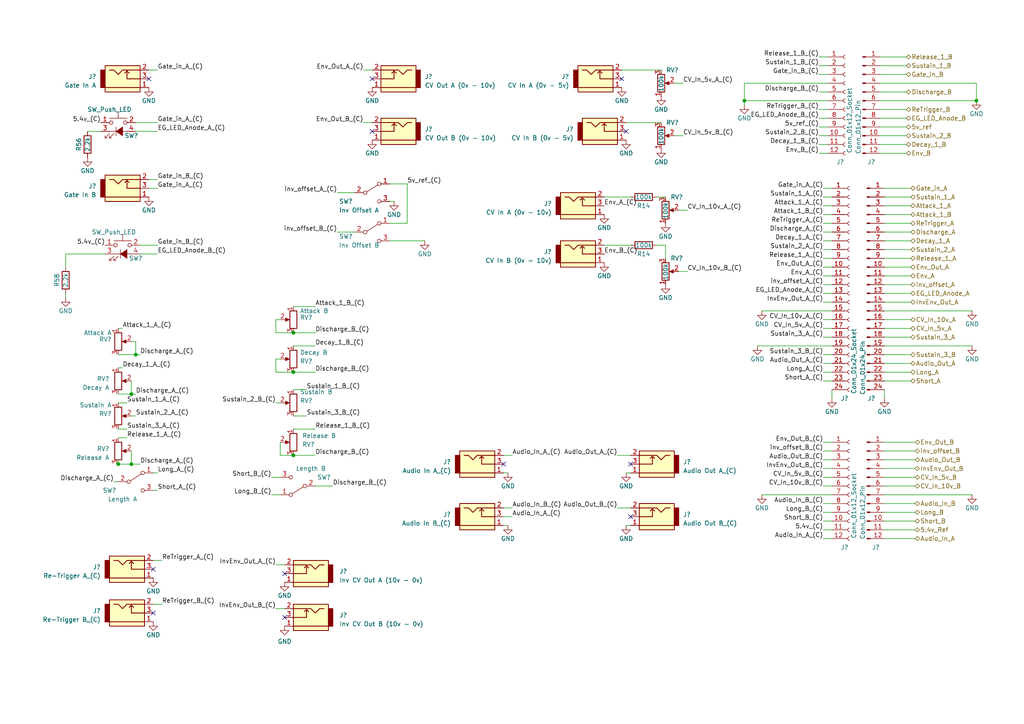
<source format=kicad_sch>
(kicad_sch (version 20230121) (generator eeschema)
  (paper "A4")
  (junction (at 34.29 134.62))
  (junction (at 38.1 114.3))
  (junction (at 38.1 134.62))
  (junction (at 85.09 107.95))
  (junction (at 85.09 96.52))
  (junction (at 39.37 102.87))
  (junction (at 85.09 132.08))
  (junction (at 283.21 29.21))
  (junction (at 215.9 29.21))
  (no_connect (at 43.18 22.86))
  (no_connect (at 107.95 38.1))
  (no_connect (at 107.95 22.86))
  (no_connect (at 146.05 134.62))
  (no_connect (at 44.45 177.8))
  (no_connect (at 82.55 179.07))
  (no_connect (at 44.45 165.1))
  (no_connect (at 182.88 134.62))
  (no_connect (at 181.61 38.1))
  (no_connect (at 182.88 149.86))
  (no_connect (at 180.34 22.86))
  (no_connect (at 82.55 166.37))
  (wire (pts (xy 238.76 95.25) (xy 241.3 95.25)))
  (wire (pts (xy 237.49 21.59) (xy 240.03 21.59)))
  (wire (pts (xy 38.1 114.3) (xy 39.37 114.3)))
  (wire (pts (xy 256.54 80.01) (xy 264.16 80.01)))
  (wire (pts (xy 238.76 77.47) (xy 241.3 77.47)))
  (wire (pts (xy 80.01 163.83) (xy 82.55 163.83)))
  (wire (pts (xy 36.83 116.84) (xy 34.29 116.84)))
  (wire (pts (xy 238.76 97.79) (xy 241.3 97.79)))
  (wire (pts (xy 44.45 162.56) (xy 46.99 162.56)))
  (wire (pts (xy 256.54 95.25) (xy 264.16 95.25)))
  (wire (pts (xy 85.09 100.33) (xy 91.44 100.33)))
  (wire (pts (xy 80.01 176.53) (xy 82.55 176.53)))
  (wire (pts (xy 238.76 107.95) (xy 241.3 107.95)))
  (wire (pts (xy 195.58 24.13) (xy 198.12 24.13)))
  (wire (pts (xy 38.1 99.06) (xy 39.37 99.06)))
  (wire (pts (xy 238.76 151.13) (xy 241.3 151.13)))
  (wire (pts (xy 39.37 35.56) (xy 45.72 35.56)))
  (wire (pts (xy 38.1 130.81) (xy 38.1 134.62)))
  (wire (pts (xy 39.37 102.87) (xy 40.64 102.87)))
  (wire (pts (xy 146.05 132.08) (xy 148.59 132.08)))
  (wire (pts (xy 237.49 39.37) (xy 240.03 39.37)))
  (wire (pts (xy 255.27 24.13) (xy 283.21 24.13)))
  (wire (pts (xy 91.44 88.9) (xy 85.09 88.9)))
  (wire (pts (xy 256.54 107.95) (xy 264.16 107.95)))
  (wire (pts (xy 78.74 138.43) (xy 81.28 138.43)))
  (wire (pts (xy 118.11 64.77) (xy 113.03 64.77)))
  (wire (pts (xy 238.76 102.87) (xy 241.3 102.87)))
  (wire (pts (xy 38.1 120.65) (xy 39.37 120.65)))
  (wire (pts (xy 193.04 71.12) (xy 193.04 74.93)))
  (wire (pts (xy 19.05 73.66) (xy 30.48 73.66)))
  (wire (pts (xy 34.29 134.62) (xy 38.1 134.62)))
  (wire (pts (xy 45.72 137.16) (xy 44.45 137.16)))
  (wire (pts (xy 238.76 80.01) (xy 241.3 80.01)))
  (wire (pts (xy 182.88 57.15) (xy 175.26 57.15)))
  (wire (pts (xy 238.76 130.81) (xy 241.3 130.81)))
  (wire (pts (xy 105.41 35.56) (xy 107.95 35.56)))
  (wire (pts (xy 146.05 152.4) (xy 147.32 152.4)))
  (wire (pts (xy 255.27 31.75) (xy 262.89 31.75)))
  (wire (pts (xy 215.9 30.48) (xy 215.9 29.21)))
  (wire (pts (xy 238.76 133.35) (xy 241.3 133.35)))
  (wire (pts (xy 118.11 53.34) (xy 118.11 64.77)))
  (wire (pts (xy 237.49 41.91) (xy 240.03 41.91)))
  (wire (pts (xy 256.54 148.59) (xy 265.43 148.59)))
  (wire (pts (xy 256.54 128.27) (xy 265.43 128.27)))
  (wire (pts (xy 256.54 135.89) (xy 265.43 135.89)))
  (wire (pts (xy 256.54 113.03) (xy 256.54 115.57)))
  (wire (pts (xy 238.76 153.67) (xy 241.3 153.67)))
  (wire (pts (xy 179.07 132.08) (xy 182.88 132.08)))
  (wire (pts (xy 256.54 156.21) (xy 265.43 156.21)))
  (wire (pts (xy 85.09 107.95) (xy 91.44 107.95)))
  (wire (pts (xy 215.9 29.21) (xy 240.03 29.21)))
  (wire (pts (xy 190.5 57.15) (xy 193.04 57.15)))
  (wire (pts (xy 80.01 96.52) (xy 85.09 96.52)))
  (wire (pts (xy 118.11 53.34) (xy 113.03 53.34)))
  (wire (pts (xy 238.76 140.97) (xy 241.3 140.97)))
  (wire (pts (xy 238.76 128.27) (xy 241.3 128.27)))
  (wire (pts (xy 256.54 59.69) (xy 264.16 59.69)))
  (wire (pts (xy 238.76 69.85) (xy 241.3 69.85)))
  (wire (pts (xy 255.27 19.05) (xy 262.89 19.05)))
  (wire (pts (xy 256.54 87.63) (xy 264.16 87.63)))
  (wire (pts (xy 196.85 60.96) (xy 199.39 60.96)))
  (wire (pts (xy 256.54 57.15) (xy 264.16 57.15)))
  (wire (pts (xy 256.54 77.47) (xy 264.16 77.47)))
  (wire (pts (xy 113.03 58.42) (xy 114.3 58.42)))
  (wire (pts (xy 182.88 71.12) (xy 175.26 71.12)))
  (wire (pts (xy 220.98 143.51) (xy 241.3 143.51)))
  (wire (pts (xy 219.71 100.33) (xy 241.3 100.33)))
  (wire (pts (xy 238.76 57.15) (xy 241.3 57.15)))
  (wire (pts (xy 25.4 38.1) (xy 29.21 38.1)))
  (wire (pts (xy 34.29 114.3) (xy 38.1 114.3)))
  (wire (pts (xy 238.76 105.41) (xy 241.3 105.41)))
  (wire (pts (xy 45.72 142.24) (xy 44.45 142.24)))
  (wire (pts (xy 215.9 24.13) (xy 240.03 24.13)))
  (wire (pts (xy 182.88 152.4) (xy 181.61 152.4)))
  (wire (pts (xy 238.76 59.69) (xy 241.3 59.69)))
  (wire (pts (xy 220.98 90.17) (xy 241.3 90.17)))
  (wire (pts (xy 19.05 85.09) (xy 19.05 86.36)))
  (wire (pts (xy 238.76 74.93) (xy 241.3 74.93)))
  (wire (pts (xy 256.54 54.61) (xy 264.16 54.61)))
  (wire (pts (xy 256.54 92.71) (xy 264.16 92.71)))
  (wire (pts (xy 80.01 96.52) (xy 80.01 92.71)))
  (wire (pts (xy 256.54 153.67) (xy 265.43 153.67)))
  (wire (pts (xy 85.09 120.65) (xy 88.9 120.65)))
  (wire (pts (xy 35.56 95.25) (xy 34.29 95.25)))
  (wire (pts (xy 238.76 146.05) (xy 241.3 146.05)))
  (wire (pts (xy 256.54 72.39) (xy 264.16 72.39)))
  (wire (pts (xy 237.49 16.51) (xy 240.03 16.51)))
  (wire (pts (xy 91.44 140.97) (xy 96.52 140.97)))
  (wire (pts (xy 38.1 134.62) (xy 40.64 134.62)))
  (wire (pts (xy 255.27 21.59) (xy 262.89 21.59)))
  (wire (pts (xy 238.76 85.09) (xy 241.3 85.09)))
  (wire (pts (xy 237.49 44.45) (xy 240.03 44.45)))
  (wire (pts (xy 256.54 82.55) (xy 264.16 82.55)))
  (wire (pts (xy 256.54 85.09) (xy 264.16 85.09)))
  (wire (pts (xy 256.54 67.31) (xy 264.16 67.31)))
  (wire (pts (xy 39.37 38.1) (xy 45.72 38.1)))
  (wire (pts (xy 238.76 64.77) (xy 241.3 64.77)))
  (wire (pts (xy 255.27 41.91) (xy 262.89 41.91)))
  (wire (pts (xy 238.76 62.23) (xy 241.3 62.23)))
  (wire (pts (xy 256.54 133.35) (xy 265.43 133.35)))
  (wire (pts (xy 85.09 124.46) (xy 91.44 124.46)))
  (wire (pts (xy 34.29 124.46) (xy 36.83 124.46)))
  (wire (pts (xy 238.76 72.39) (xy 241.3 72.39)))
  (wire (pts (xy 256.54 64.77) (xy 264.16 64.77)))
  (wire (pts (xy 81.28 92.71) (xy 80.01 92.71)))
  (wire (pts (xy 43.18 20.32) (xy 45.72 20.32)))
  (wire (pts (xy 283.21 24.13) (xy 283.21 29.21)))
  (wire (pts (xy 190.5 71.12) (xy 193.04 71.12)))
  (wire (pts (xy 85.09 96.52) (xy 91.44 96.52)))
  (wire (pts (xy 256.54 97.79) (xy 264.16 97.79)))
  (wire (pts (xy 238.76 67.31) (xy 241.3 67.31)))
  (wire (pts (xy 237.49 19.05) (xy 240.03 19.05)))
  (wire (pts (xy 40.64 73.66) (xy 45.72 73.66)))
  (wire (pts (xy 237.49 36.83) (xy 240.03 36.83)))
  (wire (pts (xy 33.02 139.7) (xy 34.29 139.7)))
  (wire (pts (xy 43.18 52.07) (xy 45.72 52.07)))
  (wire (pts (xy 38.1 110.49) (xy 38.1 114.3)))
  (wire (pts (xy 256.54 151.13) (xy 265.43 151.13)))
  (wire (pts (xy 256.54 62.23) (xy 264.16 62.23)))
  (wire (pts (xy 195.58 39.37) (xy 198.12 39.37)))
  (wire (pts (xy 256.54 105.41) (xy 264.16 105.41)))
  (wire (pts (xy 256.54 143.51) (xy 281.94 143.51)))
  (wire (pts (xy 256.54 102.87) (xy 264.16 102.87)))
  (wire (pts (xy 255.27 29.21) (xy 283.21 29.21)))
  (wire (pts (xy 181.61 35.56) (xy 191.77 35.56)))
  (wire (pts (xy 34.29 127) (xy 36.83 127)))
  (wire (pts (xy 97.79 67.31) (xy 102.87 67.31)))
  (wire (pts (xy 238.76 82.55) (xy 241.3 82.55)))
  (wire (pts (xy 238.76 148.59) (xy 241.3 148.59)))
  (wire (pts (xy 256.54 146.05) (xy 265.43 146.05)))
  (wire (pts (xy 97.79 55.88) (xy 102.87 55.88)))
  (wire (pts (xy 255.27 39.37) (xy 262.89 39.37)))
  (wire (pts (xy 34.29 134.62) (xy 34.29 133.35)))
  (wire (pts (xy 238.76 138.43) (xy 241.3 138.43)))
  (wire (pts (xy 80.01 107.95) (xy 80.01 104.14)))
  (wire (pts (xy 43.18 54.61) (xy 45.72 54.61)))
  (wire (pts (xy 256.54 130.81) (xy 265.43 130.81)))
  (wire (pts (xy 237.49 34.29) (xy 240.03 34.29)))
  (wire (pts (xy 81.28 128.27) (xy 81.28 132.08)))
  (wire (pts (xy 256.54 90.17) (xy 281.94 90.17)))
  (wire (pts (xy 237.49 31.75) (xy 240.03 31.75)))
  (wire (pts (xy 238.76 135.89) (xy 241.3 135.89)))
  (wire (pts (xy 40.64 71.12) (xy 45.72 71.12)))
  (wire (pts (xy 179.07 147.32) (xy 182.88 147.32)))
  (wire (pts (xy 34.29 102.87) (xy 39.37 102.87)))
  (wire (pts (xy 237.49 26.67) (xy 240.03 26.67)))
  (wire (pts (xy 34.29 106.68) (xy 35.56 106.68)))
  (wire (pts (xy 180.34 20.32) (xy 191.77 20.32)))
  (wire (pts (xy 85.09 132.08) (xy 81.28 132.08)))
  (wire (pts (xy 80.01 107.95) (xy 85.09 107.95)))
  (wire (pts (xy 256.54 100.33) (xy 281.94 100.33)))
  (wire (pts (xy 238.76 92.71) (xy 241.3 92.71)))
  (wire (pts (xy 256.54 69.85) (xy 264.16 69.85)))
  (wire (pts (xy 255.27 26.67) (xy 262.89 26.67)))
  (wire (pts (xy 238.76 54.61) (xy 241.3 54.61)))
  (wire (pts (xy 80.01 116.84) (xy 81.28 116.84)))
  (wire (pts (xy 146.05 137.16) (xy 147.32 137.16)))
  (wire (pts (xy 215.9 29.21) (xy 215.9 24.13)))
  (wire (pts (xy 256.54 138.43) (xy 265.43 138.43)))
  (wire (pts (xy 39.37 99.06) (xy 39.37 102.87)))
  (wire (pts (xy 238.76 87.63) (xy 241.3 87.63)))
  (wire (pts (xy 148.59 149.86) (xy 146.05 149.86)))
  (wire (pts (xy 78.74 143.51) (xy 81.28 143.51)))
  (wire (pts (xy 85.09 113.03) (xy 88.9 113.03)))
  (wire (pts (xy 146.05 147.32) (xy 148.59 147.32)))
  (wire (pts (xy 113.03 69.85) (xy 123.19 69.85)))
  (wire (pts (xy 255.27 36.83) (xy 262.89 36.83)))
  (wire (pts (xy 182.88 137.16) (xy 181.61 137.16)))
  (wire (pts (xy 80.01 104.14) (xy 81.28 104.14)))
  (wire (pts (xy 255.27 34.29) (xy 262.89 34.29)))
  (wire (pts (xy 105.41 20.32) (xy 107.95 20.32)))
  (wire (pts (xy 241.3 113.03) (xy 241.3 115.57)))
  (wire (pts (xy 238.76 110.49) (xy 241.3 110.49)))
  (wire (pts (xy 255.27 44.45) (xy 262.89 44.45)))
  (wire (pts (xy 85.09 132.08) (xy 91.44 132.08)))
  (wire (pts (xy 196.85 78.74) (xy 199.39 78.74)))
  (wire (pts (xy 238.76 156.21) (xy 241.3 156.21)))
  (wire (pts (xy 256.54 74.93) (xy 264.16 74.93)))
  (wire (pts (xy 19.05 73.66) (xy 19.05 77.47)))
  (wire (pts (xy 256.54 110.49) (xy 264.16 110.49)))
  (wire (pts (xy 256.54 140.97) (xy 265.43 140.97)))
  (wire (pts (xy 44.45 175.26) (xy 46.99 175.26)))
  (wire (pts (xy 255.27 16.51) (xy 262.89 16.51)))
  (label "Audio_In_B_(C)" (at 238.76 146.05 180))
  (label "Discharge_B_(C)" (at 96.52 140.97 0))
  (label "Gate_in_B_(C)" (at 45.72 71.12 0))
  (label "Long_B_(C)" (at 78.74 143.51 180))
  (label "EG_LED_Anode_B_(C)" (at 237.49 34.29 180))
  (label "inv_offset_A_(C)" (at 97.79 55.88 180))
  (label "Release_1_B_(C)" (at 237.49 16.51 180))
  (label "Gate_in_A_(C)" (at 45.72 35.56 0))
  (label "Audio_In_A_(C)" (at 148.59 149.86 0))
  (label "Audio_Out_A_(C)" (at 179.07 132.08 180))
  (label "Audio_In_A_(C)" (at 238.76 156.21 180))
  (label "Discharge_A_(C)" (at 33.02 139.7 180))
  (label "CV_In_10v_B_(C)" (at 238.76 140.97 180))
  (label "Release_1_B_(C)" (at 91.44 124.46 0))
  (label "Sustain_1_A_(C)" (at 238.76 57.15 180))
  (label "Discharge_B_(C)" (at 237.49 26.67 180))
  (label "Short_B_(C)" (at 238.76 151.13 180))
  (label "Gate_in_A_(C)" (at 45.72 54.61 0))
  (label "Gate_in_A_(C)" (at 45.72 20.32 0))
  (label "ReTrigger_A_(C)" (at 46.99 162.56 0))
  (label "Discharge_B_(C)" (at 91.44 132.08 0))
  (label "Discharge_B_(C)" (at 91.44 96.52 0))
  (label "Sustain_3_B_(C)" (at 88.9 120.65 0))
  (label "Attack_1_B_(C)" (at 238.76 62.23 180))
  (label "Sustain_3_A_(C)" (at 36.83 124.46 0))
  (label "ReTrigger_B_(C)" (at 46.99 175.26 0))
  (label "EG_LED_Anode_A_(C)" (at 45.72 38.1 0))
  (label "Discharge_B_(C)" (at 91.44 107.95 0))
  (label "Attack_1_B_(C)" (at 91.44 88.9 0))
  (label "Long_B_(C)" (at 238.76 148.59 180))
  (label "Short_A_(C)" (at 238.76 110.49 180))
  (label "Sustain_3_A_(C)" (at 238.76 97.79 180))
  (label "InvEnv_Out_A_(C)" (at 80.01 163.83 180))
  (label "Gate_in_B_(C)" (at 237.49 21.59 180))
  (label "5.4v_(C)" (at 30.48 71.12 180))
  (label "Sustain_1_B_(C)" (at 88.9 113.03 0))
  (label "Env_B_(C)" (at 175.26 73.66 0))
  (label "Env_Out_B_(C)" (at 238.76 128.27 180))
  (label "Decay_1_A_(C)" (at 35.56 106.68 0))
  (label "Sustain_2_B_(C)" (at 237.49 39.37 180))
  (label "CV_In_10v_B_(C)" (at 199.39 78.74 0))
  (label "Sustain_3_B_(C)" (at 238.76 102.87 180))
  (label "Audio_Out_A_(C)" (at 238.76 105.41 180))
  (label "Sustain_2_A_(C)" (at 238.76 72.39 180))
  (label "5v_ref_(C)" (at 237.49 36.83 180))
  (label "Long_A_(C)" (at 45.72 137.16 0))
  (label "Long_A_(C)" (at 238.76 107.95 180))
  (label "Env_Out_B_(C)" (at 105.41 35.56 180))
  (label "inv_offset_B_(C)" (at 97.79 67.31 180))
  (label "Attack_1_A_(C)" (at 35.56 95.25 0))
  (label "Audio_In_B_(C)" (at 148.59 147.32 0))
  (label "inv_offset_A_(C)" (at 238.76 82.55 180))
  (label "CV_In_10v_A_(C)" (at 238.76 92.71 180))
  (label "Env_Out_A_(C)" (at 105.41 20.32 180))
  (label "Env_B_(C)" (at 237.49 44.45 180))
  (label "inv_offset_B_(C)" (at 238.76 130.81 180))
  (label "Sustain_1_A_(C)" (at 36.83 116.84 0))
  (label "Env_A_(C)" (at 238.76 80.01 180))
  (label "5.4v_(C)" (at 29.21 35.56 180))
  (label "Audio_Out_B_(C)" (at 238.76 133.35 180))
  (label "ReTrigger_B_(C)" (at 237.49 31.75 180))
  (label "CV_In_5v_A_(C)" (at 198.12 24.13 0))
  (label "Audio_In_A_(C)" (at 148.59 132.08 0))
  (label "Gate_in_A_(C)" (at 238.76 54.61 180))
  (label "CV_In_5v_A_(C)" (at 238.76 95.25 180))
  (label "Discharge_A_(C)" (at 40.64 102.87 0))
  (label "Sustain_2_B_(C)" (at 80.01 116.84 180))
  (label "Decay_1_B_(C)" (at 237.49 41.91 180))
  (label "InvEnv_Out_B_(C)" (at 238.76 135.89 180))
  (label "EG_LED_Anode_A_(C)" (at 238.76 85.09 180))
  (label "Discharge_A_(C)" (at 39.37 114.3 0))
  (label "Audio_Out_B_(C)" (at 179.07 147.32 180))
  (label "InvEnv_Out_A_(C)" (at 238.76 87.63 180))
  (label "Discharge_A_(C)" (at 40.64 134.62 0))
  (label "Gate_in_B_(C)" (at 45.72 52.07 0))
  (label "Decay_1_A_(C)" (at 238.76 69.85 180))
  (label "Sustain_2_A_(C)" (at 39.37 120.65 0))
  (label "CV_In_5v_B_(C)" (at 238.76 138.43 180))
  (label "ReTrigger_A_(C)" (at 238.76 64.77 180))
  (label "CV_In_5v_B_(C)" (at 198.12 39.37 0))
  (label "Short_B_(C)" (at 78.74 138.43 180))
  (label "Short_A_(C)" (at 45.72 142.24 0))
  (label "Env_Out_A_(C)" (at 238.76 77.47 180))
  (label "Release_1_A_(C)" (at 238.76 74.93 180))
  (label "Release_1_A_(C)" (at 36.83 127 0))
  (label "Discharge_A_(C)" (at 238.76 67.31 180))
  (label "Decay_1_B_(C)" (at 91.44 100.33 0))
  (label "5.4v_(C)" (at 238.76 153.67 180))
  (label "Sustain_1_B_(C)" (at 237.49 19.05 180))
  (label "5v_ref_(C)" (at 118.11 53.34 0))
  (label "CV_In_10v_A_(C)" (at 199.39 60.96 0))
  (label "Env_A_(C)" (at 175.26 59.69 0))
  (label "InvEnv_Out_B_(C)" (at 80.01 176.53 180))
  (label "Attack_1_A_(C)" (at 238.76 59.69 180))
  (label "EG_LED_Anode_B_(C)" (at 45.72 73.66 0))
  (hierarchical_label "Audio_In_B" (shape bidirectional) (at 265.43 146.05 0))
  (hierarchical_label "inv_offset_A" (shape bidirectional) (at 264.16 82.55 0))
  (hierarchical_label "Release_1_B" (shape bidirectional) (at 262.89 16.51 0))
  (hierarchical_label "Audio_Out_A" (shape bidirectional) (at 264.16 105.41 0))
  (hierarchical_label "Env_Out_A" (shape bidirectional) (at 264.16 77.47 0))
  (hierarchical_label "Sustain_1_A" (shape bidirectional) (at 264.16 57.15 0))
  (hierarchical_label "inv_offset_B" (shape bidirectional) (at 265.43 130.81 0))
  (hierarchical_label "Attack_1_A" (shape bidirectional) (at 264.16 59.69 0))
  (hierarchical_label "Sustain_2_B" (shape bidirectional) (at 262.89 39.37 0))
  (hierarchical_label "Sustain_3_A" (shape bidirectional) (at 264.16 97.79 0))
  (hierarchical_label "ReTrigger_B" (shape bidirectional) (at 262.89 31.75 0))
  (hierarchical_label "Attack_1_B" (shape bidirectional) (at 264.16 62.23 0))
  (hierarchical_label "Sustain_3_B" (shape bidirectional) (at 264.16 102.87 0))
  (hierarchical_label "Gate_in_B" (shape bidirectional) (at 262.89 21.59 0))
  (hierarchical_label "CV_In_10v_A" (shape bidirectional) (at 264.16 92.71 0))
  (hierarchical_label "Audio_Out_B" (shape bidirectional) (at 265.43 133.35 0))
  (hierarchical_label "Release_1_A" (shape bidirectional) (at 264.16 74.93 0))
  (hierarchical_label "Env_Out_B" (shape bidirectional) (at 265.43 128.27 0))
  (hierarchical_label "InvEnv_Out_B" (shape bidirectional) (at 265.43 135.89 0))
  (hierarchical_label "EG_LED_Anode_B" (shape bidirectional) (at 262.89 34.29 0))
  (hierarchical_label "EG_LED_Anode_A" (shape bidirectional) (at 264.16 85.09 0))
  (hierarchical_label "CV_In_10v_B" (shape bidirectional) (at 265.43 140.97 0))
  (hierarchical_label "CV_In_5v_B" (shape bidirectional) (at 265.43 138.43 0))
  (hierarchical_label "Sustain_2_A" (shape bidirectional) (at 264.16 72.39 0))
  (hierarchical_label "Short_A" (shape bidirectional) (at 264.16 110.49 0))
  (hierarchical_label "Short_B" (shape bidirectional) (at 265.43 151.13 0))
  (hierarchical_label "InvEnv_Out_A" (shape bidirectional) (at 264.16 87.63 0))
  (hierarchical_label "Gate_in_A" (shape bidirectional) (at 264.16 54.61 0))
  (hierarchical_label "Discharge_B" (shape bidirectional) (at 262.89 26.67 0))
  (hierarchical_label "Audio_In_A" (shape bidirectional) (at 265.43 156.21 0))
  (hierarchical_label "Sustain_1_B" (shape bidirectional) (at 262.89 19.05 0))
  (hierarchical_label "5v_ref" (shape bidirectional) (at 262.89 36.83 0))
  (hierarchical_label "Discharge_A" (shape bidirectional) (at 264.16 67.31 0))
  (hierarchical_label "Decay_1_A" (shape bidirectional) (at 264.16 69.85 0))
  (hierarchical_label "Env_A" (shape bidirectional) (at 264.16 80.01 0))
  (hierarchical_label "Decay_1_B" (shape bidirectional) (at 262.89 41.91 0))
  (hierarchical_label "Long_B" (shape bidirectional) (at 265.43 148.59 0))
  (hierarchical_label "Env_B" (shape bidirectional) (at 262.89 44.45 0))
  (hierarchical_label "CV_In_5v_A" (shape bidirectional) (at 264.16 95.25 0))
  (hierarchical_label "ReTrigger_A" (shape bidirectional) (at 264.16 64.77 0))
  (hierarchical_label "Long_A" (shape bidirectional) (at 264.16 107.95 0))
  (hierarchical_label "5.4v_Ref" (shape bidirectional) (at 265.43 153.67 0))
  (symbol (lib_name "GND_1") (lib_id "power:GND") (at 181.61 152.4 0) (mirror y) (unit 1)
    (property "Reference" "#PWR05" (effects hide))
    (property "Value" "GND" (at 181.61 156.21 0))
    (instances (project "MOL" (path "" (reference "#PWR05") (unit 1)) (path "" (reference "#PWR?") (unit 1)) (path "" (reference "#PWR055") (unit 1))))
  )
  (symbol (lib_name "GND_1") (lib_id "power:GND") (at 281.94 100.33 0) (unit 1)
    (property "Reference" "#PWR05" (effects hide))
    (property "Value" "GND" (at 281.94 104.14 0))
    (instances (project "MOL" (path "" (reference "#PWR05") (unit 1)) (path "" (reference "#PWR015") (unit 1)) (path "" (reference "#PWR081") (unit 1)) (path "" (reference "#PWR?") (unit 1)) (path "" (reference "#PWR099") (unit 1))))
  )
  (symbol (lib_name "GND_1") (lib_id "power:GND") (at 181.61 137.16 0) (mirror y) (unit 1)
    (property "Reference" "#PWR05" (effects hide))
    (property "Value" "GND" (at 181.61 140.97 0))
    (instances (project "MOL" (path "" (reference "#PWR05") (unit 1)) (path "" (reference "#PWR?") (unit 1)) (path "" (reference "#PWR054") (unit 1))))
  )
  (symbol (lib_name "GND_1") (lib_id "power:GND") (at 107.95 25.4 0) (mirror y) (unit 1)
    (property "Reference" "#PWR05" (effects hide))
    (property "Value" "GND" (at 107.95 29.21 0))
    (instances (project "MOL" (path "" (reference "#PWR05") (unit 1)) (path "" (reference "#PWR?") (unit 1)) (path "" (reference "#PWR063") (unit 1))))
  )
  (symbol (lib_id "*SCS:R_Potentiometer-THL") (at 34.29 110.49 0) (unit 1)
    (property "Reference" "RV?" (at 31.75 109.855 0) (effects (justify right)))
    (property "Value" "Decay A" (at 31.75 112.395 0) (effects (justify right)))
    (property "Footprint" "*SCS_ScruffyCat:Potentiometer_Slide_open_THL" (effects hide))
    (instances (project "MOL" (path "" (reference "RV?") (unit 1)) (path "" (reference "RV2") (unit 1))))
  )
  (symbol (lib_id "*SCS:Audio_Jack_Switch") (at 173.99 38.1 0) (mirror x) (unit 1)
    (property "Reference" "J?" (at 166.37 37.465 0) (effects (justify right)))
    (property "Value" "CV In B (0v - 5v)" (at 166.37 40.005 0) (effects (justify right)))
    (property "Footprint" "*SCS_ScruffyCat:Jack_3.5mm_QingPu_thonk-PJ398SM_Vertical_CircularHoles" (effects hide))
    (instances (project "MOL" (path "" (reference "J?") (unit 1)) (path "" (reference "J13") (unit 1))))
  )
  (symbol (lib_id "*SCS:R_Potentiometer-THL") (at 85.09 92.71 0) (mirror y) (unit 1)
    (property "Reference" "RV?" (at 86.995 92.075 0) (effects (justify right)))
    (property "Value" "Attack B" (at 86.995 90.17 0) (effects (justify right)))
    (property "Footprint" "*SCS_ScruffyCat:Potentiometer_Slide_open_THL" (effects hide))
    (instances (project "MOL" (path "" (reference "RV?") (unit 1)) (path "" (reference "RV5") (unit 1))))
  )
  (symbol (lib_id "Connector:Conn_01x12_Pin") (at 251.46 140.97 0) (unit 1)
    (property "Reference" "J?" (at 254 158.75 0))
    (property "Value" "Conn_01x12_Pin" (at 250.19 148.59 90))
    (property "Footprint" "Connector_PinHeader_2.54mm:PinHeader_1x12_P2.54mm_Vertical" (effects hide))
    (instances (project "MOL" (path "" (reference "J?") (unit 1)) (path "" (reference "J27") (unit 1))))
  )
  (symbol (lib_name "GND_1") (lib_id "power:GND") (at 193.04 64.77 0) (unit 1)
    (property "Reference" "#PWR05" (effects hide))
    (property "Value" "GND" (at 193.04 68.58 0))
    (instances (project "MOL" (path "" (reference "#PWR05") (unit 1)) (path "" (reference "#PWR015") (unit 1)) (path "" (reference "#PWR081") (unit 1)) (path "" (reference "#PWR?") (unit 1)) (path "" (reference "#PWR088") (unit 1))))
  )
  (symbol (lib_id "*SCS:R-THL") (at 19.05 81.28 0) (unit 1)
    (property "Reference" "R58" (at 16.51 81.28 90))
    (property "Value" "2.2k" (at 19.05 81.28 90))
    (property "Footprint" "Resistor_THT:R_Axial_DIN0207_L6.3mm_D2.5mm_P2.54mm_Vertical" (effects hide))
    (instances (project "MOL" (path "" (reference "R58") (unit 1)) (path "" (reference "R?") (unit 1)) (path "" (reference "R58") (unit 1))))
  )
  (symbol (lib_id "*SCS:R-THL") (at 186.69 71.12 270) (unit 1)
    (property "Reference" "R14" (at 186.69 73.66 90))
    (property "Value" "100k" (at 186.69 71.12 90))
    (property "Footprint" "Resistor_THT:R_Axial_DIN0207_L6.3mm_D2.5mm_P2.54mm_Vertical" (effects hide))
    (instances (project "MOL" (path "" (reference "R14") (unit 1)) (path "" (reference "R64") (unit 1)) (path "" (reference "R?") (unit 1)) (path "" (reference "R64") (unit 1))))
  )
  (symbol (lib_name "GND_1") (lib_id "power:GND") (at 220.98 90.17 0) (unit 1)
    (property "Reference" "#PWR05" (effects hide))
    (property "Value" "GND" (at 220.98 93.98 0))
    (instances (project "MOL" (path "" (reference "#PWR05") (unit 1)) (path "" (reference "#PWR015") (unit 1)) (path "" (reference "#PWR081") (unit 1)) (path "" (reference "#PWR?") (unit 1)) (path "" (reference "#PWR090") (unit 1))))
  )
  (symbol (lib_name "GND_1") (lib_id "power:GND") (at 43.18 57.15 0) (unit 1)
    (property "Reference" "#PWR05" (effects hide))
    (property "Value" "GND" (at 43.18 60.96 0))
    (instances (project "MOL" (path "" (reference "#PWR05") (unit 1)) (path "" (reference "#PWR?") (unit 1)) (path "" (reference "#PWR072") (unit 1))))
  )
  (symbol (lib_id "Switch:SW_Push_LED") (at 35.56 73.66 0) (unit 1)
    (property "Reference" "SW?" (at 39.37 74.93 0))
    (property "Value" "SW_Push_LED" (at 33.02 67.31 0))
    (property "Footprint" "*SCS_ScruffyCat:SW_PushButton_LED_E-Type-A" (effects hide))
    (instances (project "MOL" (path "" (reference "SW?") (unit 1)) (path "" (reference "SW2") (unit 1))))
  )
  (symbol (lib_id "*SCS:R_Potentiometer-THL") (at 34.29 130.81 0) (unit 1)
    (property "Reference" "RV?" (at 31.75 130.175 0) (effects (justify right)))
    (property "Value" "Release A" (at 31.75 132.715 0) (effects (justify right)))
    (property "Footprint" "*SCS_ScruffyCat:Potentiometer_Slide_open_THL" (effects hide))
    (instances (project "MOL" (path "" (reference "RV?") (unit 1)) (path "" (reference "RV4") (unit 1))))
  )
  (symbol (lib_id "*SCS:R_Potentiometer-THL") (at 85.09 104.14 0) (mirror y) (unit 1)
    (property "Reference" "RV?" (at 86.995 104.775 0) (effects (justify right)))
    (property "Value" "Decay B" (at 86.995 102.235 0) (effects (justify right)))
    (property "Footprint" "*SCS_ScruffyCat:Potentiometer_Slide_open_THL" (effects hide))
    (instances (project "MOL" (path "" (reference "RV?") (unit 1)) (path "" (reference "RV6") (unit 1))))
  )
  (symbol (lib_id "*SCS:SW_SPDT") (at 39.37 139.7 0) (unit 1)
    (property "Reference" "SW?" (at 31.75 142.24 0))
    (property "Value" "Length A" (at 35.56 144.78 0))
    (property "Footprint" "*SCS_ScruffyCat:SW_Toggle_Blue_wSlots" (effects hide))
    (instances (project "MOL" (path "" (reference "SW?") (unit 1)) (path "" (reference "SW5") (unit 1))))
  )
  (symbol (lib_id "*SCS:R-THL") (at 186.69 57.15 270) (unit 1)
    (property "Reference" "R14" (at 186.69 59.69 90))
    (property "Value" "100k" (at 186.69 57.15 90))
    (property "Footprint" "Resistor_THT:R_Axial_DIN0207_L6.3mm_D2.5mm_P2.54mm_Vertical" (effects hide))
    (instances (project "MOL" (path "" (reference "R14") (unit 1)) (path "" (reference "R64") (unit 1)) (path "" (reference "R?") (unit 1)) (path "" (reference "R65") (unit 1))))
  )
  (symbol (lib_name "GND_1") (lib_id "power:GND") (at 215.9 30.48 0) (unit 1)
    (property "Reference" "#PWR05" (effects hide))
    (property "Value" "GND" (at 215.9 34.29 0))
    (instances (project "MOL" (path "" (reference "#PWR05") (unit 1)) (path "" (reference "#PWR?") (unit 1)) (path "" (reference "#PWR084") (unit 1))))
  )
  (symbol (lib_name "GND_1") (lib_id "power:GND") (at 191.77 27.94 0) (unit 1)
    (property "Reference" "#PWR05" (effects hide))
    (property "Value" "GND" (at 191.77 31.75 0))
    (instances (project "MOL" (path "" (reference "#PWR05") (unit 1)) (path "" (reference "#PWR015") (unit 1)) (path "" (reference "#PWR081") (unit 1)) (path "" (reference "#PWR?") (unit 1)) (path "" (reference "#PWR081") (unit 1))))
  )
  (symbol (lib_name "GND_1") (lib_id "power:GND") (at 25.4 45.72 0) (unit 1)
    (property "Reference" "#PWR05" (effects hide))
    (property "Value" "GND" (at 25.4 49.53 0))
    (instances (project "MOL" (path "" (reference "#PWR05") (unit 1)) (path "" (reference "#PWR070") (unit 1)) (path "" (reference "#PWR?") (unit 1)) (path "" (reference "#PWR051") (unit 1))))
  )
  (symbol (lib_name "GND_1") (lib_id "power:GND") (at 107.95 40.64 0) (mirror y) (unit 1)
    (property "Reference" "#PWR05" (effects hide))
    (property "Value" "GND" (at 107.95 44.45 0))
    (instances (project "MOL" (path "" (reference "#PWR05") (unit 1)) (path "" (reference "#PWR?") (unit 1)) (path "" (reference "#PWR064") (unit 1))))
  )
  (symbol (lib_id "*SCS:R-THL") (at 25.4 41.91 0) (unit 1)
    (property "Reference" "R56" (at 22.86 41.91 90))
    (property "Value" "2.2k" (at 25.4 41.91 90))
    (property "Footprint" "Resistor_THT:R_Axial_DIN0207_L6.3mm_D2.5mm_P2.54mm_Vertical" (effects hide))
    (instances (project "MOL" (path "" (reference "R56") (unit 1)) (path "" (reference "R?") (unit 1)) (path "" (reference "R56") (unit 1))))
  )
  (symbol (lib_id "*SCS:Audio_Jack_Switch") (at 35.56 54.61 0) (mirror x) (unit 1)
    (property "Reference" "J?" (at 27.94 53.975 0) (effects (justify right)))
    (property "Value" "Gate In B" (at 27.94 56.515 0) (effects (justify right)))
    (property "Footprint" "*SCS_ScruffyCat:Jack_3.5mm_QingPu_thonk-PJ398SM_Vertical_CircularHoles" (effects hide))
    (instances (project "MOL" (path "" (reference "J?") (unit 1)) (path "" (reference "J3") (unit 1))))
  )
  (symbol (lib_id "*SCS:R_Potentiometer-THL") (at 34.29 120.65 0) (unit 1)
    (property "Reference" "RV?" (at 32.385 120.015 0) (effects (justify right)))
    (property "Value" "Sustain A" (at 32.385 117.475 0) (effects (justify right)))
    (property "Footprint" "*SCS_ScruffyCat:Potentiometer_Slide_open_THL" (effects hide))
    (instances (project "MOL" (path "" (reference "RV?") (unit 1)) (path "" (reference "RV3") (unit 1))))
  )
  (symbol (lib_name "GND_1") (lib_id "power:GND") (at 147.32 152.4 0) (unit 1)
    (property "Reference" "#PWR05" (effects hide))
    (property "Value" "GND" (at 147.32 156.21 0))
    (instances (project "MOL" (path "" (reference "#PWR05") (unit 1)) (path "" (reference "#PWR?") (unit 1)) (path "" (reference "#PWR053") (unit 1))))
  )
  (symbol (lib_name "GND_1") (lib_id "power:GND") (at 44.45 180.34 0) (unit 1)
    (property "Reference" "#PWR05" (effects hide))
    (property "Value" "GND" (at 44.45 184.15 0))
    (instances (project "MOL" (path "" (reference "#PWR05") (unit 1)) (path "" (reference "#PWR?") (unit 1)) (path "" (reference "#PWR080") (unit 1))))
  )
  (symbol (lib_id "Switch:SW_Push_LED") (at 34.29 38.1 0) (unit 1)
    (property "Reference" "SW?" (at 38.1 39.37 0))
    (property "Value" "SW_Push_LED" (at 31.75 31.75 0))
    (property "Footprint" "*SCS_ScruffyCat:SW_PushButton_LED_E-Type-A" (effects hide))
    (instances (project "MOL" (path "" (reference "SW?") (unit 1)) (path "" (reference "SW1") (unit 1))))
  )
  (symbol (lib_id "*SCS:R_Potentiometer-THL") (at 191.77 24.13 0) (mirror x) (unit 1)
    (property "Reference" "RV?" (at 196.85 20.32 0) (effects (justify right)))
    (property "Value" "100k" (at 191.77 26.67 90) (effects (justify right)))
    (property "Footprint" "*SCS_ScruffyCat:Potentiometer_Alpha_RD901F-40-00D_Single_Vertical_CircularHoles" (effects hide))
    (instances (project "MOL" (path "" (reference "RV?") (unit 1)) (path "" (reference "RV9") (unit 1))))
  )
  (symbol (lib_name "GND_1") (lib_id "power:GND") (at 43.18 25.4 0) (unit 1)
    (property "Reference" "#PWR05" (effects hide))
    (property "Value" "GND" (at 43.18 29.21 0))
    (instances (project "MOL" (path "" (reference "#PWR05") (unit 1)) (path "" (reference "#PWR?") (unit 1)) (path "" (reference "#PWR070") (unit 1))))
  )
  (symbol (lib_id "Connector:Conn_01x24_Pin") (at 251.46 82.55 0) (unit 1)
    (property "Reference" "J?" (at 252.73 115.57 0))
    (property "Value" "Conn_01x24_Pin" (at 250.19 106.68 90))
    (property "Footprint" "Connector_PinHeader_2.54mm:PinHeader_1x24_P2.54mm_Vertical" (effects hide))
    (instances (project "MOL" (path "" (reference "J?") (unit 1)) (path "" (reference "J23") (unit 1))))
  )
  (symbol (lib_name "GND_1") (lib_id "power:GND") (at 147.32 137.16 0) (unit 1)
    (property "Reference" "#PWR05" (effects hide))
    (property "Value" "GND" (at 147.32 140.97 0))
    (instances (project "MOL" (path "" (reference "#PWR05") (unit 1)) (path "" (reference "#PWR?") (unit 1)) (path "" (reference "#PWR052") (unit 1))))
  )
  (symbol (lib_id "*SCS:SW_SPDT") (at 107.95 55.88 0) (unit 1)
    (property "Reference" "SW?" (at 100.33 58.42 0))
    (property "Value" "Inv Offset A" (at 104.14 60.96 0))
    (property "Footprint" "*SCS_ScruffyCat:SW_Toggle_Blue_wSlots" (effects hide))
    (instances (project "MOL" (path "" (reference "SW?") (unit 1)) (path "" (reference "SW3") (unit 1))))
  )
  (symbol (lib_name "GND_1") (lib_id "power:GND") (at 220.98 143.51 0) (unit 1)
    (property "Reference" "#PWR05" (effects hide))
    (property "Value" "GND" (at 220.98 147.32 0))
    (instances (project "MOL" (path "" (reference "#PWR05") (unit 1)) (path "" (reference "#PWR?") (unit 1)) (path "" (reference "#PWR091") (unit 1))))
  )
  (symbol (lib_id "*SCS:Audio_Jack_Switch") (at 167.64 73.66 0) (mirror x) (unit 1)
    (property "Reference" "J?" (at 160.02 73.025 0) (effects (justify right)))
    (property "Value" "CV In B (0v - 10v)" (at 160.02 75.565 0) (effects (justify right)))
    (property "Footprint" "*SCS_ScruffyCat:Jack_3.5mm_QingPu_thonk-PJ398SM_Vertical_CircularHoles" (effects hide))
    (instances (project "MOL" (path "" (reference "J?") (unit 1)) (path "" (reference "J17") (unit 1))))
  )
  (symbol (lib_id "*SCS:Audio_Jack_Switch") (at 90.17 166.37 180) (unit 1)
    (property "Reference" "J?" (at 98.425 165.735 0) (effects (justify right)))
    (property "Value" "Inv CV Out A (10v - 0v)" (at 98.425 168.275 0) (effects (justify right)))
    (property "Footprint" "*SCS_ScruffyCat:Jack_3.5mm_QingPu_thonk-PJ398SM_Vertical_CircularHoles" (effects hide))
    (instances (project "MOL" (path "" (reference "J?") (unit 1)) (path "" (reference "J8") (unit 1))))
  )
  (symbol (lib_name "GND_1") (lib_id "power:GND") (at 82.55 168.91 0) (mirror y) (unit 1)
    (property "Reference" "#PWR05" (effects hide))
    (property "Value" "GND" (at 82.55 172.72 0))
    (instances (project "MOL" (path "" (reference "#PWR05") (unit 1)) (path "" (reference "#PWR?") (unit 1)) (path "" (reference "#PWR058") (unit 1))))
  )
  (symbol (lib_name "GND_1") (lib_id "power:GND") (at 82.55 181.61 0) (mirror y) (unit 1)
    (property "Reference" "#PWR05" (effects hide))
    (property "Value" "GND" (at 82.55 186.055 0))
    (instances (project "MOL" (path "" (reference "#PWR05") (unit 1)) (path "" (reference "#PWR?") (unit 1)) (path "" (reference "#PWR059") (unit 1))))
  )
  (symbol (lib_name "GND_1") (lib_id "power:GND") (at 44.45 167.64 0) (unit 1)
    (property "Reference" "#PWR05" (effects hide))
    (property "Value" "GND" (at 44.45 171.45 0))
    (instances (project "MOL" (path "" (reference "#PWR05") (unit 1)) (path "" (reference "#PWR?") (unit 1)) (path "" (reference "#PWR079") (unit 1))))
  )
  (symbol (lib_id "*SCS:Audio_Jack_Switch") (at 138.43 149.86 0) (mirror x) (unit 1)
    (property "Reference" "J?" (at 130.81 149.225 0) (effects (justify right)))
    (property "Value" "Audio In B_(C)" (at 130.81 151.765 0) (effects (justify right)))
    (property "Footprint" "*SCS_ScruffyCat:Jack_3.5mm_QingPu_thonk-PJ398SM_Vertical_CircularHoles" (effects hide))
    (instances (project "MOL" (path "" (reference "J?") (unit 1)) (path "" (reference "J5") (unit 1))))
  )
  (symbol (lib_id "*SCS:Audio_Jack_Switch") (at 36.83 165.1 0) (mirror x) (unit 1)
    (property "Reference" "J?" (at 29.21 164.465 0) (effects (justify right)))
    (property "Value" "Re-Trigger A_(C)" (at 29.21 167.005 0) (effects (justify right)))
    (property "Footprint" "*SCS_ScruffyCat:Jack_3.5mm_QingPu_thonk-PJ398SM_Vertical_CircularHoles" (effects hide))
    (instances (project "MOL" (path "" (reference "J?") (unit 1)) (path "" (reference "J14") (unit 1))))
  )
  (symbol (lib_id "*SCS:Audio_Jack_Switch") (at 90.17 179.07 180) (unit 1)
    (property "Reference" "J?" (at 98.425 178.435 0) (effects (justify right)))
    (property "Value" "Inv CV Out B (10v - 0v)" (at 98.425 180.975 0) (effects (justify right)))
    (property "Footprint" "*SCS_ScruffyCat:Jack_3.5mm_QingPu_thonk-PJ398SM_Vertical_CircularHoles" (effects hide))
    (instances (project "MOL" (path "" (reference "J?") (unit 1)) (path "" (reference "J9") (unit 1))))
  )
  (symbol (lib_id "Connector:Conn_01x12_Pin") (at 250.19 29.21 0) (unit 1)
    (property "Reference" "J?" (at 252.73 46.99 0))
    (property "Value" "Conn_01x12_Pin" (at 248.92 36.83 90))
    (property "Footprint" "Connector_PinHeader_2.54mm:PinHeader_1x12_P2.54mm_Vertical" (effects hide))
    (instances (project "MOL" (path "" (reference "J?") (unit 1)) (path "" (reference "J25") (unit 1))))
  )
  (symbol (lib_name "GND_1") (lib_id "power:GND") (at 123.19 69.85 0) (unit 1)
    (property "Reference" "#PWR05" (effects hide))
    (property "Value" "GND" (at 123.19 73.66 0))
    (instances (project "MOL" (path "" (reference "#PWR05") (unit 1)) (path "" (reference "#PWR057") (unit 1)) (path "" (reference "#PWR?") (unit 1)) (path "" (reference "#PWR074") (unit 1))))
  )
  (symbol (lib_id "*SCS:Audio_Jack_Switch") (at 190.5 134.62 180) (unit 1)
    (property "Reference" "J?" (at 198.12 133.985 0) (effects (justify right)))
    (property "Value" "Audio Out A_(C)" (at 198.12 136.525 0) (effects (justify right)))
    (property "Footprint" "*SCS_ScruffyCat:Jack_3.5mm_QingPu_thonk-PJ398SM_Vertical_CircularHoles" (effects hide))
    (instances (project "MOL" (path "" (reference "J?") (unit 1)) (path "" (reference "J6") (unit 1))))
  )
  (symbol (lib_id "*SCS:Audio_Jack_Switch") (at 35.56 22.86 0) (mirror x) (unit 1)
    (property "Reference" "J?" (at 27.94 22.225 0) (effects (justify right)))
    (property "Value" "Gate In A" (at 27.94 24.765 0) (effects (justify right)))
    (property "Footprint" "*SCS_ScruffyCat:Jack_3.5mm_QingPu_thonk-PJ398SM_Vertical_CircularHoles" (effects hide))
    (instances (project "MOL" (path "" (reference "J?") (unit 1)) (path "" (reference "J2") (unit 1))))
  )
  (symbol (lib_id "*SCS:R_Potentiometer-THL") (at 34.29 99.06 0) (unit 1)
    (property "Reference" "RV?" (at 32.385 98.425 0) (effects (justify right)))
    (property "Value" "Attack A" (at 32.385 96.52 0) (effects (justify right)))
    (property "Footprint" "*SCS_ScruffyCat:Potentiometer_Slide_open_THL" (effects hide))
    (instances (project "MOL" (path "" (reference "RV?") (unit 1)) (path "" (reference "RV1") (unit 1))))
  )
  (symbol (lib_id "*SCS:Audio_Jack_Switch") (at 190.5 149.86 180) (unit 1)
    (property "Reference" "J?" (at 198.12 149.225 0) (effects (justify right)))
    (property "Value" "Audio Out B_(C)" (at 198.12 151.765 0) (effects (justify right)))
    (property "Footprint" "*SCS_ScruffyCat:Jack_3.5mm_QingPu_thonk-PJ398SM_Vertical_CircularHoles" (effects hide))
    (instances (project "MOL" (path "" (reference "J?") (unit 1)) (path "" (reference "J7") (unit 1))))
  )
  (symbol (lib_name "GND_1") (lib_id "power:GND") (at 193.04 82.55 0) (unit 1)
    (property "Reference" "#PWR05" (effects hide))
    (property "Value" "GND" (at 193.04 86.36 0))
    (instances (project "MOL" (path "" (reference "#PWR05") (unit 1)) (path "" (reference "#PWR015") (unit 1)) (path "" (reference "#PWR081") (unit 1)) (path "" (reference "#PWR?") (unit 1)) (path "" (reference "#PWR089") (unit 1))))
  )
  (symbol (lib_name "GND_1") (lib_id "power:GND") (at 281.94 90.17 0) (unit 1)
    (property "Reference" "#PWR05" (effects hide))
    (property "Value" "GND" (at 281.94 93.98 0))
    (instances (project "MOL" (path "" (reference "#PWR05") (unit 1)) (path "" (reference "#PWR015") (unit 1)) (path "" (reference "#PWR081") (unit 1)) (path "" (reference "#PWR?") (unit 1)) (path "" (reference "#PWR098") (unit 1))))
  )
  (symbol (lib_name "GND_1") (lib_id "power:GND") (at 256.54 115.57 0) (unit 1)
    (property "Reference" "#PWR05" (effects hide))
    (property "Value" "GND" (at 256.54 119.38 0))
    (instances (project "MOL" (path "" (reference "#PWR05") (unit 1)) (path "" (reference "#PWR015") (unit 1)) (path "" (reference "#PWR081") (unit 1)) (path "" (reference "#PWR?") (unit 1)) (path "" (reference "#PWR030") (unit 1))))
  )
  (symbol (lib_id "*SCS:Audio_Jack_Switch") (at 172.72 22.86 0) (mirror x) (unit 1)
    (property "Reference" "J?" (at 165.1 22.225 0) (effects (justify right)))
    (property "Value" "CV In A (0v - 5v)" (at 165.1 24.765 0) (effects (justify right)))
    (property "Footprint" "*SCS_ScruffyCat:Jack_3.5mm_QingPu_thonk-PJ398SM_Vertical_CircularHoles" (effects hide))
    (instances (project "MOL" (path "" (reference "J?") (unit 1)) (path "" (reference "J12") (unit 1))))
  )
  (symbol (lib_id "*SCS:R_Potentiometer-THL") (at 191.77 39.37 0) (mirror x) (unit 1)
    (property "Reference" "RV?" (at 196.85 35.56 0) (effects (justify right)))
    (property "Value" "100k" (at 191.77 41.91 90) (effects (justify right)))
    (property "Footprint" "*SCS_ScruffyCat:Potentiometer_Alpha_RD901F-40-00D_Single_Vertical_CircularHoles" (effects hide))
    (instances (project "MOL" (path "" (reference "RV?") (unit 1)) (path "" (reference "RV10") (unit 1))))
  )
  (symbol (lib_id "*SCS:Audio_Jack_Switch") (at 138.43 134.62 0) (mirror x) (unit 1)
    (property "Reference" "J?" (at 130.81 133.985 0) (effects (justify right)))
    (property "Value" "Audio In A_(C)" (at 130.81 136.525 0) (effects (justify right)))
    (property "Footprint" "*SCS_ScruffyCat:Jack_3.5mm_QingPu_thonk-PJ398SM_Vertical_CircularHoles" (effects hide))
    (instances (project "MOL" (path "" (reference "J?") (unit 1)) (path "" (reference "J4") (unit 1))))
  )
  (symbol (lib_name "GND_1") (lib_id "power:GND") (at 283.21 29.21 0) (unit 1)
    (property "Reference" "#PWR05" (effects hide))
    (property "Value" "GND" (at 283.21 33.02 0))
    (instances (project "MOL" (path "" (reference "#PWR05") (unit 1)) (path "" (reference "#PWR?") (unit 1)) (path "" (reference "#PWR0100") (unit 1))))
  )
  (symbol (lib_name "GND_1") (lib_id "power:GND") (at 191.77 43.18 0) (unit 1)
    (property "Reference" "#PWR05" (effects hide))
    (property "Value" "GND" (at 191.77 46.99 0))
    (instances (project "MOL" (path "" (reference "#PWR05") (unit 1)) (path "" (reference "#PWR015") (unit 1)) (path "" (reference "#PWR081") (unit 1)) (path "" (reference "#PWR?") (unit 1)) (path "" (reference "#PWR085") (unit 1))))
  )
  (symbol (lib_id "*SCS:R_Potentiometer-THL") (at 85.09 128.27 0) (mirror y) (unit 1)
    (property "Reference" "RV?" (at 87.63 128.905 0) (effects (justify right)))
    (property "Value" "Release B" (at 87.63 126.365 0) (effects (justify right)))
    (property "Footprint" "*SCS_ScruffyCat:Potentiometer_Slide_open_THL" (effects hide))
    (instances (project "MOL" (path "" (reference "RV?") (unit 1)) (path "" (reference "RV8") (unit 1))))
  )
  (symbol (lib_name "GND_1") (lib_id "power:GND") (at 19.05 86.36 0) (unit 1)
    (property "Reference" "#PWR05" (effects hide))
    (property "Value" "GND" (at 19.05 90.17 0))
    (instances (project "MOL" (path "" (reference "#PWR05") (unit 1)) (path "" (reference "#PWR072") (unit 1)) (path "" (reference "#PWR?") (unit 1)) (path "" (reference "#PWR050") (unit 1))))
  )
  (symbol (lib_id "*SCS:R_Potentiometer-THL") (at 193.04 78.74 0) (mirror x) (unit 1)
    (property "Reference" "RV?" (at 198.12 74.93 0) (effects (justify right)))
    (property "Value" "100k" (at 193.04 81.28 90) (effects (justify right)))
    (property "Footprint" "*SCS_ScruffyCat:Potentiometer_Alpha_RD901F-40-00D_Single_Vertical_CircularHoles" (effects hide))
    (instances (project "MOL" (path "" (reference "RV?") (unit 1)) (path "" (reference "RV12") (unit 1))))
  )
  (symbol (lib_name "GND_1") (lib_id "power:GND") (at 241.3 115.57 0) (unit 1)
    (property "Reference" "#PWR05" (effects hide))
    (property "Value" "GND" (at 241.3 119.38 0))
    (instances (project "MOL" (path "" (reference "#PWR05") (unit 1)) (path "" (reference "#PWR015") (unit 1)) (path "" (reference "#PWR081") (unit 1)) (path "" (reference "#PWR?") (unit 1)) (path "" (reference "#PWR020") (unit 1))))
  )
  (symbol (lib_name "GND_1") (lib_id "power:GND") (at 175.26 76.2 0) (unit 1)
    (property "Reference" "#PWR05" (effects hide))
    (property "Value" "GND" (at 175.26 80.01 0))
    (instances (project "MOL" (path "" (reference "#PWR05") (unit 1)) (path "" (reference "#PWR?") (unit 1)) (path "" (reference "#PWR087") (unit 1))))
  )
  (symbol (lib_id "*SCS:Audio_Jack_Switch") (at 115.57 22.86 180) (unit 1)
    (property "Reference" "J?" (at 123.19 22.225 0) (effects (justify right)))
    (property "Value" "CV Out A (0v - 10v)" (at 123.19 24.765 0) (effects (justify right)))
    (property "Footprint" "*SCS_ScruffyCat:Jack_3.5mm_QingPu_thonk-PJ398SM_Vertical_CircularHoles" (effects hide))
    (instances (project "MOL" (path "" (reference "J?") (unit 1)) (path "" (reference "J10") (unit 1))))
  )
  (symbol (lib_id "Connector:Conn_01x12_Socket") (at 246.38 140.97 0) (unit 1)
    (property "Reference" "J?" (at 243.84 158.75 0) (effects (justify left)))
    (property "Value" "Conn_01x12_Socket" (at 247.65 156.21 90) (effects (justify left)))
    (property "Footprint" "Connector_PinSocket_2.54mm:PinSocket_1x12_P2.54mm_Vertical" (effects hide))
    (instances (project "MOL" (path "" (reference "J?") (unit 1)) (path "" (reference "J26") (unit 1))))
  )
  (symbol (lib_name "GND_1") (lib_id "power:GND") (at 219.71 100.33 0) (unit 1)
    (property "Reference" "#PWR05" (effects hide))
    (property "Value" "GND" (at 219.71 104.14 0))
    (instances (project "MOL" (path "" (reference "#PWR05") (unit 1)) (path "" (reference "#PWR015") (unit 1)) (path "" (reference "#PWR081") (unit 1)) (path "" (reference "#PWR?") (unit 1)) (path "" (reference "#PWR0101") (unit 1))))
  )
  (symbol (lib_id "Connector:Conn_01x12_Socket") (at 245.11 29.21 0) (unit 1)
    (property "Reference" "J?" (at 242.57 46.99 0) (effects (justify left)))
    (property "Value" "Conn_01x12_Socket" (at 246.38 44.45 90) (effects (justify left)))
    (property "Footprint" "Connector_PinSocket_2.54mm:PinSocket_1x12_P2.54mm_Vertical" (effects hide))
    (instances (project "MOL" (path "" (reference "J?") (unit 1)) (path "" (reference "J24") (unit 1))))
  )
  (symbol (lib_id "*SCS:R_Potentiometer-THL") (at 193.04 60.96 0) (mirror x) (unit 1)
    (property "Reference" "RV?" (at 198.12 57.15 0) (effects (justify right)))
    (property "Value" "100k" (at 193.04 63.5 90) (effects (justify right)))
    (property "Footprint" "*SCS_ScruffyCat:Potentiometer_Alpha_RD901F-40-00D_Single_Vertical_CircularHoles" (effects hide))
    (instances (project "MOL" (path "" (reference "RV?") (unit 1)) (path "" (reference "RV11") (unit 1))))
  )
  (symbol (lib_name "GND_1") (lib_id "power:GND") (at 281.94 143.51 0) (unit 1)
    (property "Reference" "#PWR05" (effects hide))
    (property "Value" "GND" (at 281.94 147.32 0))
    (instances (project "MOL" (path "" (reference "#PWR05") (unit 1)) (path "" (reference "#PWR?") (unit 1)) (path "" (reference "#PWR092") (unit 1))))
  )
  (symbol (lib_id "*SCS:SW_SPDT") (at 86.36 140.97 180) (unit 1)
    (property "Reference" "SW?" (at 93.98 138.43 0))
    (property "Value" "Length B" (at 90.17 135.89 0))
    (property "Footprint" "*SCS_ScruffyCat:SW_Toggle_Blue_wSlots" (effects hide))
    (instances (project "MOL" (path "" (reference "SW?") (unit 1)) (path "" (reference "SW6") (unit 1))))
  )
  (symbol (lib_name "GND_1") (lib_id "power:GND") (at 181.61 40.64 0) (unit 1)
    (property "Reference" "#PWR05" (effects hide))
    (property "Value" "GND" (at 181.61 44.45 0))
    (instances (project "MOL" (path "" (reference "#PWR05") (unit 1)) (path "" (reference "#PWR?") (unit 1)) (path "" (reference "#PWR066") (unit 1))))
  )
  (symbol (lib_id "*SCS:Audio_Jack_Switch") (at 115.57 38.1 180) (unit 1)
    (property "Reference" "J?" (at 123.19 37.465 0) (effects (justify right)))
    (property "Value" "CV Out B (0v - 10v)" (at 123.19 40.005 0) (effects (justify right)))
    (property "Footprint" "*SCS_ScruffyCat:Jack_3.5mm_QingPu_thonk-PJ398SM_Vertical_CircularHoles" (effects hide))
    (instances (project "MOL" (path "" (reference "J?") (unit 1)) (path "" (reference "J11") (unit 1))))
  )
  (symbol (lib_name "GND_1") (lib_id "power:GND") (at 175.26 62.23 0) (unit 1)
    (property "Reference" "#PWR05" (effects hide))
    (property "Value" "GND" (at 175.26 66.04 0))
    (instances (project "MOL" (path "" (reference "#PWR05") (unit 1)) (path "" (reference "#PWR?") (unit 1)) (path "" (reference "#PWR086") (unit 1))))
  )
  (symbol (lib_id "*SCS:Audio_Jack_Switch") (at 36.83 177.8 0) (mirror x) (unit 1)
    (property "Reference" "J?" (at 29.21 177.165 0) (effects (justify right)))
    (property "Value" "Re-Trigger B_(C)" (at 29.21 179.705 0) (effects (justify right)))
    (property "Footprint" "*SCS_ScruffyCat:Jack_3.5mm_QingPu_thonk-PJ398SM_Vertical_CircularHoles" (effects hide))
    (instances (project "MOL" (path "" (reference "J?") (unit 1)) (path "" (reference "J15") (unit 1))))
  )
  (symbol (lib_id "*SCS:SW_SPDT") (at 107.95 67.31 0) (unit 1)
    (property "Reference" "SW?" (at 100.33 68.58 0))
    (property "Value" "Inv Offset B" (at 104.14 71.12 0))
    (property "Footprint" "*SCS_ScruffyCat:SW_Toggle_Blue_wSlots" (effects hide))
    (instances (project "MOL" (path "" (reference "SW?") (unit 1)) (path "" (reference "SW4") (unit 1))))
  )
  (symbol (lib_id "*SCS:Audio_Jack_Switch") (at 167.64 59.69 0) (mirror x) (unit 1)
    (property "Reference" "J?" (at 160.02 59.055 0) (effects (justify right)))
    (property "Value" "CV In A (0v - 10v)" (at 160.02 61.595 0) (effects (justify right)))
    (property "Footprint" "*SCS_ScruffyCat:Jack_3.5mm_QingPu_thonk-PJ398SM_Vertical_CircularHoles" (effects hide))
    (instances (project "MOL" (path "" (reference "J?") (unit 1)) (path "" (reference "J16") (unit 1))))
  )
  (symbol (lib_id "Connector:Conn_01x24_Socket") (at 246.38 82.55 0) (unit 1)
    (property "Reference" "J?" (at 243.84 115.57 0) (effects (justify left)))
    (property "Value" "Conn_01x24_Socket" (at 247.65 114.3 90) (effects (justify left)))
    (property "Footprint" "Connector_PinSocket_2.54mm:PinSocket_1x24_P2.54mm_Vertical" (effects hide))
    (instances (project "MOL" (path "" (reference "J?") (unit 1)) (path "" (reference "J22") (unit 1))))
  )
  (symbol (lib_id "*SCS:R_Potentiometer-THL") (at 85.09 116.84 0) (mirror y) (unit 1)
    (property "Reference" "RV?" (at 86.995 116.205 0) (effects (justify right)))
    (property "Value" "Sustain B" (at 86.995 113.665 0) (effects (justify right)))
    (property "Footprint" "*SCS_ScruffyCat:Potentiometer_Slide_open_THL" (effects hide))
    (instances (project "MOL" (path "" (reference "RV?") (unit 1)) (path "" (reference "RV7") (unit 1))))
  )
  (symbol (lib_name "GND_1") (lib_id "power:GND") (at 114.3 58.42 0) (unit 1)
    (property "Reference" "#PWR05" (effects hide))
    (property "Value" "GND" (at 114.3 62.23 0))
    (instances (project "MOL" (path "" (reference "#PWR05") (unit 1)) (path "" (reference "#PWR057") (unit 1)) (path "" (reference "#PWR?") (unit 1)) (path "" (reference "#PWR073") (unit 1))))
  )
  (symbol (lib_name "GND_1") (lib_id "power:GND") (at 180.34 25.4 0) (unit 1)
    (property "Reference" "#PWR05" (effects hide))
    (property "Value" "GND" (at 180.34 29.21 0))
    (instances (project "MOL" (path "" (reference "#PWR05") (unit 1)) (path "" (reference "#PWR?") (unit 1)) (path "" (reference "#PWR065") (unit 1))))
  )
)
</source>
